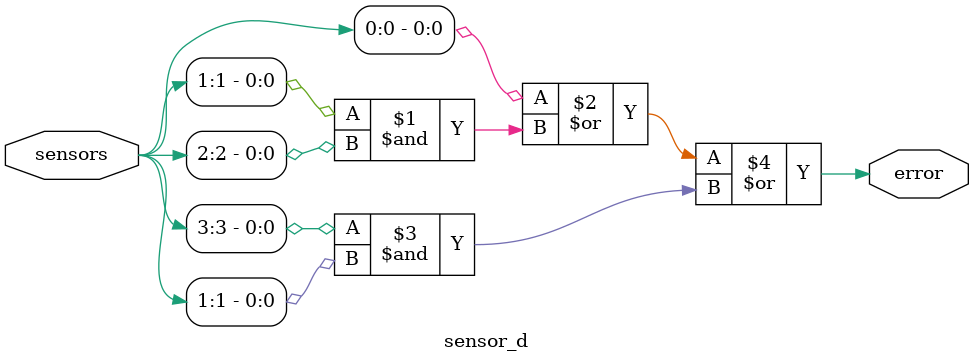
<source format=sv>


module sensor_d(
   input wire [3:0] sensors,
   output wire error
		);
   
   
   assign error = sensors[0] | sensors[1] & sensors[2] | sensors[3] & sensors[1];
   
   
   
endmodule // sensor_d

</source>
